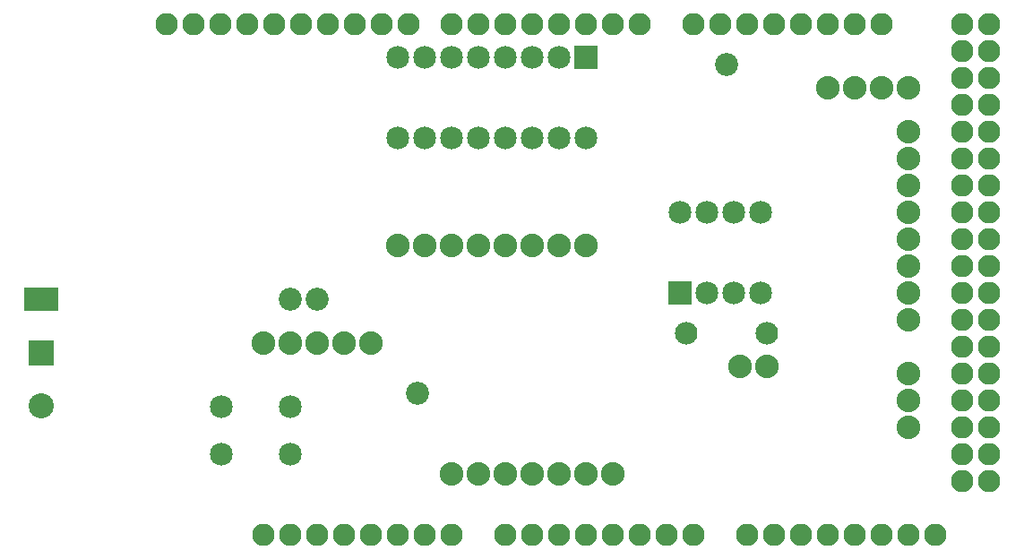
<source format=gts>
G04 MADE WITH FRITZING*
G04 WWW.FRITZING.ORG*
G04 DOUBLE SIDED*
G04 HOLES PLATED*
G04 CONTOUR ON CENTER OF CONTOUR VECTOR*
%ASAXBY*%
%FSLAX23Y23*%
%MOIN*%
%OFA0B0*%
%SFA1.0B1.0*%
%ADD10C,0.085000*%
%ADD11C,0.088000*%
%ADD12C,0.093307*%
%ADD13C,0.085433*%
%ADD14C,0.084000*%
%ADD15C,0.082917*%
%ADD16R,0.085000X0.085000*%
%ADD17R,0.093307X0.093307*%
%ADD18R,0.125686X0.091052*%
%LNMASK1*%
G90*
G70*
G54D10*
X2653Y997D03*
X2653Y1297D03*
X2753Y997D03*
X2753Y1297D03*
X2853Y997D03*
X2853Y1297D03*
X2953Y997D03*
X2953Y1297D03*
G54D11*
X3503Y697D03*
X3503Y597D03*
X3503Y497D03*
G54D12*
X278Y772D03*
X278Y575D03*
G54D11*
X1503Y810D03*
X1403Y810D03*
X1303Y810D03*
X1203Y810D03*
X1103Y810D03*
G54D13*
X1303Y972D03*
X1203Y972D03*
G54D14*
X2978Y847D03*
X2678Y847D03*
X2978Y847D03*
X2678Y847D03*
G54D13*
X2828Y1847D03*
G54D11*
X2878Y722D03*
X2978Y722D03*
G54D10*
X1203Y395D03*
X947Y395D03*
X1203Y572D03*
X947Y572D03*
G54D13*
X1678Y622D03*
G54D11*
X3503Y897D03*
X3503Y997D03*
X3503Y1097D03*
X3503Y1197D03*
X3503Y1297D03*
X3503Y1397D03*
X3503Y1497D03*
X3503Y1597D03*
G54D15*
X3003Y97D03*
X1403Y97D03*
X3103Y97D03*
X3203Y97D03*
X3303Y97D03*
X3403Y97D03*
X3703Y1497D03*
X3503Y97D03*
X3603Y97D03*
X1443Y1997D03*
X2003Y97D03*
X2103Y97D03*
X2203Y97D03*
X2303Y97D03*
X3703Y697D03*
X2403Y97D03*
X2503Y97D03*
X2603Y97D03*
X2703Y97D03*
X2203Y1997D03*
X3703Y1897D03*
X3703Y1097D03*
X3703Y297D03*
X1043Y1997D03*
X1803Y97D03*
X1803Y1997D03*
X3703Y1697D03*
X3703Y1297D03*
X3703Y897D03*
X3403Y1997D03*
X3703Y497D03*
X3303Y1997D03*
X3203Y1997D03*
X3103Y1997D03*
X3003Y1997D03*
X2903Y1997D03*
X2803Y1997D03*
X2703Y1997D03*
X843Y1997D03*
X1243Y1997D03*
X1643Y1997D03*
X1203Y97D03*
X1603Y97D03*
X2403Y1997D03*
X2003Y1997D03*
X3703Y1997D03*
X3703Y1797D03*
X3703Y1597D03*
X3703Y1397D03*
X3703Y1197D03*
X3703Y997D03*
X3703Y797D03*
X3703Y597D03*
X3703Y397D03*
X743Y1997D03*
X943Y1997D03*
X1143Y1997D03*
X1343Y1997D03*
X1543Y1997D03*
X1103Y97D03*
X1303Y97D03*
X1503Y97D03*
X1703Y97D03*
X2503Y1997D03*
X2303Y1997D03*
X2103Y1997D03*
X1903Y1997D03*
X3803Y1997D03*
X3803Y1897D03*
X3803Y1797D03*
X3803Y1697D03*
X3803Y1597D03*
X3803Y1497D03*
X3803Y1397D03*
X3803Y1297D03*
X3803Y1197D03*
X3803Y1097D03*
X3803Y997D03*
X3803Y897D03*
X3803Y797D03*
X3803Y697D03*
X3803Y597D03*
X3803Y497D03*
X3803Y397D03*
X3803Y297D03*
X2903Y97D03*
G54D11*
X3203Y1760D03*
X3303Y1760D03*
X3403Y1760D03*
X3503Y1760D03*
G54D10*
X2303Y1872D03*
X2303Y1572D03*
X2203Y1872D03*
X2203Y1572D03*
X2103Y1872D03*
X2103Y1572D03*
X2003Y1872D03*
X2003Y1572D03*
X1903Y1872D03*
X1903Y1572D03*
X1803Y1872D03*
X1803Y1572D03*
X1703Y1872D03*
X1703Y1572D03*
X1603Y1872D03*
X1603Y1572D03*
G54D11*
X1603Y1172D03*
X1703Y1172D03*
X1803Y1172D03*
X1903Y1172D03*
X2003Y1172D03*
X2103Y1172D03*
X2203Y1172D03*
X2303Y1172D03*
X1803Y322D03*
X1903Y322D03*
X2003Y322D03*
X2103Y322D03*
X2203Y322D03*
X2303Y322D03*
X2403Y322D03*
G54D16*
X2653Y997D03*
G54D17*
X278Y772D03*
G54D18*
X278Y972D03*
G54D16*
X2303Y1872D03*
G04 End of Mask1*
M02*
</source>
